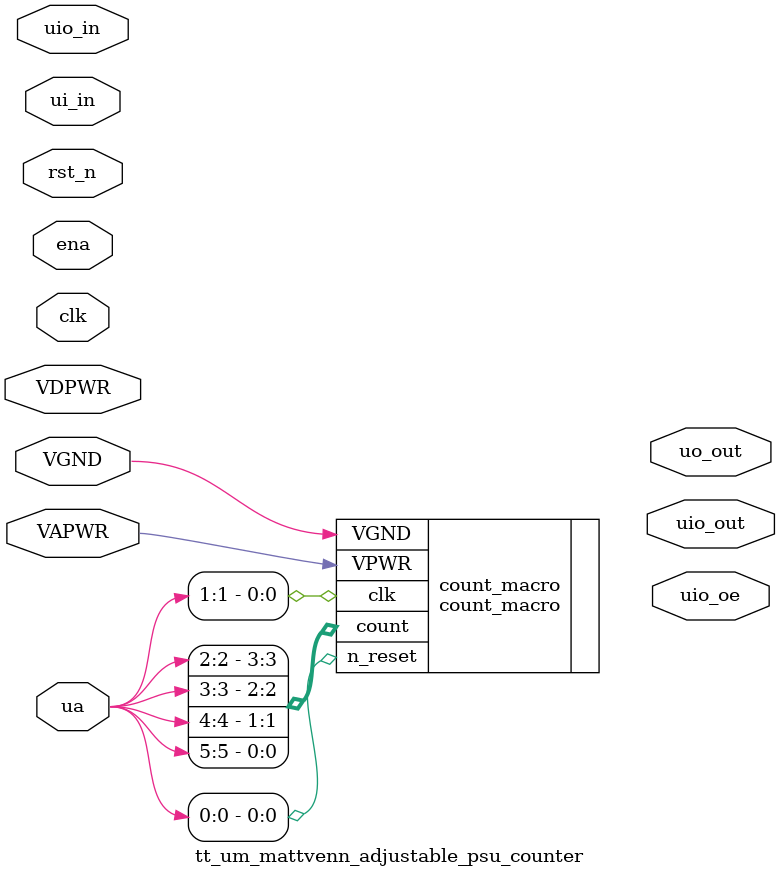
<source format=v>
/*
 * Copyright (c) 2024 Your Name
 * SPDX-License-Identifier: Apache-2.0
 */

`default_nettype none

module tt_um_mattvenn_adjustable_psu_counter (
    input  wire       VGND,
    input  wire       VDPWR,    // 1.8v power supply
    input  wire       VAPWR,    // 3.3v power supply
    input  wire [7:0] ui_in,    // Dedicated inputs
    output wire [7:0] uo_out,   // Dedicated outputs
    input  wire [7:0] uio_in,   // IOs: Input path
    output wire [7:0] uio_out,  // IOs: Output path
    output wire [7:0] uio_oe,   // IOs: Enable path (active high: 0=input, 1=output)
    inout  wire [7:0] ua,       // Analog pins, only ua[5:0] can be used
    input  wire       ena,      // always 1 when the design is powered, so you can ignore it
    input  wire       clk,      // clock
    input  wire       rst_n     // reset_n - low to reset
);

	count_macro count_macro(
		.VPWR(VAPWR),
		.VGND(VGND),
		.clk(ua[1]),
		.n_reset(ua[0]),
		.count({ua[2], ua[3], ua[4], ua[5]})
	);

endmodule

</source>
